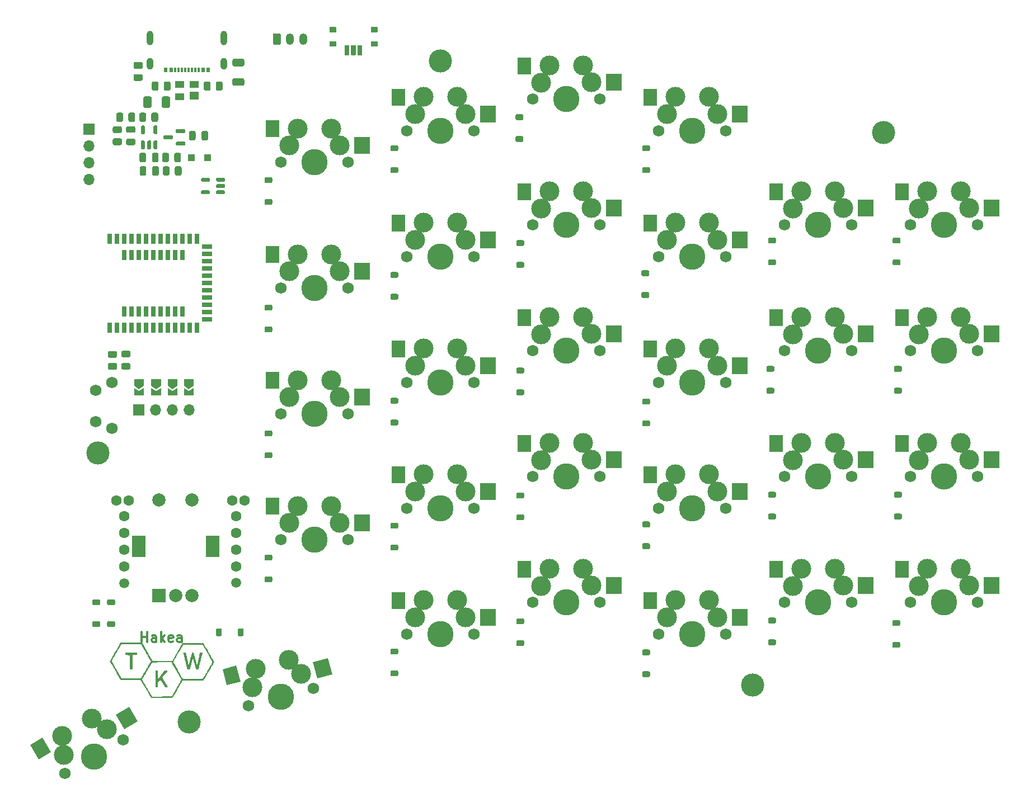
<source format=gts>
G04 #@! TF.GenerationSoftware,KiCad,Pcbnew,7.0.5.1-1-g8f565ef7f0-dirty-deb11*
G04 #@! TF.CreationDate,2023-08-11T07:57:50+00:00*
G04 #@! TF.ProjectId,hakea-fillets,68616b65-612d-4666-996c-6c6574732e6b,1.0.1*
G04 #@! TF.SameCoordinates,Original*
G04 #@! TF.FileFunction,Soldermask,Top*
G04 #@! TF.FilePolarity,Negative*
%FSLAX46Y46*%
G04 Gerber Fmt 4.6, Leading zero omitted, Abs format (unit mm)*
G04 Created by KiCad (PCBNEW 7.0.5.1-1-g8f565ef7f0-dirty-deb11) date 2023-08-11 07:57:50*
%MOMM*%
%LPD*%
G01*
G04 APERTURE LIST*
%ADD10C,0.300000*%
%ADD11C,1.750000*%
%ADD12C,3.000000*%
%ADD13C,3.987800*%
%ADD14R,2.150000X2.500000*%
%ADD15R,2.350000X2.500000*%
%ADD16R,0.540000X0.800000*%
%ADD17R,0.300000X0.800000*%
%ADD18O,1.000000X2.200000*%
%ADD19O,1.000000X1.800000*%
%ADD20R,2.000000X2.000000*%
%ADD21C,2.000000*%
%ADD22R,2.000000X3.200000*%
%ADD23R,1.700000X1.700000*%
%ADD24O,1.700000X1.700000*%
%ADD25C,3.500000*%
%ADD26C,1.500000*%
%ADD27C,1.600000*%
%ADD28R,1.400000X1.200000*%
%ADD29R,1.400000X1.000000*%
%ADD30R,0.700000X1.524000*%
%ADD31R,1.524000X0.700000*%
%ADD32R,1.000000X1.000000*%
%ADD33O,1.200000X1.750000*%
G04 APERTURE END LIST*
D10*
X97649885Y-115511728D02*
X97649885Y-114011728D01*
X97649885Y-114726014D02*
X98507028Y-114726014D01*
X98507028Y-115511728D02*
X98507028Y-114011728D01*
X99864172Y-115511728D02*
X99864172Y-114726014D01*
X99864172Y-114726014D02*
X99792743Y-114583157D01*
X99792743Y-114583157D02*
X99649886Y-114511728D01*
X99649886Y-114511728D02*
X99364172Y-114511728D01*
X99364172Y-114511728D02*
X99221314Y-114583157D01*
X99864172Y-115440300D02*
X99721314Y-115511728D01*
X99721314Y-115511728D02*
X99364172Y-115511728D01*
X99364172Y-115511728D02*
X99221314Y-115440300D01*
X99221314Y-115440300D02*
X99149886Y-115297442D01*
X99149886Y-115297442D02*
X99149886Y-115154585D01*
X99149886Y-115154585D02*
X99221314Y-115011728D01*
X99221314Y-115011728D02*
X99364172Y-114940300D01*
X99364172Y-114940300D02*
X99721314Y-114940300D01*
X99721314Y-114940300D02*
X99864172Y-114868871D01*
X100578457Y-115511728D02*
X100578457Y-114011728D01*
X100721315Y-114940300D02*
X101149886Y-115511728D01*
X101149886Y-114511728D02*
X100578457Y-115083157D01*
X102364172Y-115440300D02*
X102221315Y-115511728D01*
X102221315Y-115511728D02*
X101935601Y-115511728D01*
X101935601Y-115511728D02*
X101792743Y-115440300D01*
X101792743Y-115440300D02*
X101721315Y-115297442D01*
X101721315Y-115297442D02*
X101721315Y-114726014D01*
X101721315Y-114726014D02*
X101792743Y-114583157D01*
X101792743Y-114583157D02*
X101935601Y-114511728D01*
X101935601Y-114511728D02*
X102221315Y-114511728D01*
X102221315Y-114511728D02*
X102364172Y-114583157D01*
X102364172Y-114583157D02*
X102435601Y-114726014D01*
X102435601Y-114726014D02*
X102435601Y-114868871D01*
X102435601Y-114868871D02*
X101721315Y-115011728D01*
X103721315Y-115511728D02*
X103721315Y-114726014D01*
X103721315Y-114726014D02*
X103649886Y-114583157D01*
X103649886Y-114583157D02*
X103507029Y-114511728D01*
X103507029Y-114511728D02*
X103221315Y-114511728D01*
X103221315Y-114511728D02*
X103078457Y-114583157D01*
X103721315Y-115440300D02*
X103578457Y-115511728D01*
X103578457Y-115511728D02*
X103221315Y-115511728D01*
X103221315Y-115511728D02*
X103078457Y-115440300D01*
X103078457Y-115440300D02*
X103007029Y-115297442D01*
X103007029Y-115297442D02*
X103007029Y-115154585D01*
X103007029Y-115154585D02*
X103078457Y-115011728D01*
X103078457Y-115011728D02*
X103221315Y-114940300D01*
X103221315Y-114940300D02*
X103578457Y-114940300D01*
X103578457Y-114940300D02*
X103721315Y-114868871D01*
G36*
X96989900Y-117157500D02*
G01*
X96997410Y-117328950D01*
X97004921Y-117500399D01*
X96648160Y-117500400D01*
X96291400Y-117500400D01*
X96291400Y-119684800D01*
X95910945Y-119684800D01*
X95904322Y-118598950D01*
X95897700Y-117513100D01*
X95199200Y-117498966D01*
X95199200Y-117144150D01*
X96989900Y-117157500D01*
G37*
G36*
X100101400Y-120497600D02*
G01*
X100102127Y-120671131D01*
X100104175Y-120826536D01*
X100107338Y-120957022D01*
X100111413Y-121055797D01*
X100116196Y-121116067D01*
X100120450Y-121131998D01*
X100140183Y-121112571D01*
X100187159Y-121057789D01*
X100257492Y-120972442D01*
X100347298Y-120861319D01*
X100452689Y-120729210D01*
X100569781Y-120580906D01*
X100634800Y-120497958D01*
X101130100Y-119864520D01*
X101354466Y-119863560D01*
X101460177Y-119865647D01*
X101534477Y-119872328D01*
X101569085Y-119882710D01*
X101570366Y-119886846D01*
X101552457Y-119912571D01*
X101506766Y-119971672D01*
X101437897Y-120058383D01*
X101350451Y-120166940D01*
X101249030Y-120291578D01*
X101180900Y-120374705D01*
X101073213Y-120506107D01*
X100976650Y-120624635D01*
X100895794Y-120724603D01*
X100835232Y-120800327D01*
X100799546Y-120846123D01*
X100791909Y-120857032D01*
X100802569Y-120882515D01*
X100836499Y-120946294D01*
X100890723Y-121043168D01*
X100962267Y-121167937D01*
X101048159Y-121315399D01*
X101145423Y-121480353D01*
X101219755Y-121605241D01*
X101324211Y-121780429D01*
X101420458Y-121942525D01*
X101505348Y-122086172D01*
X101575729Y-122206014D01*
X101628454Y-122296693D01*
X101660372Y-122352853D01*
X101668614Y-122368668D01*
X101664565Y-122385389D01*
X101631888Y-122395821D01*
X101563114Y-122401159D01*
X101456410Y-122402600D01*
X101231186Y-122402600D01*
X100876909Y-121805700D01*
X100783485Y-121649157D01*
X100698236Y-121507960D01*
X100624632Y-121387721D01*
X100566141Y-121294055D01*
X100526233Y-121232575D01*
X100508377Y-121208897D01*
X100508056Y-121208800D01*
X100487323Y-121227337D01*
X100441468Y-121277874D01*
X100377167Y-121352794D01*
X100301101Y-121444482D01*
X100297439Y-121448965D01*
X100101400Y-121689130D01*
X100101400Y-122402600D01*
X99745800Y-122402600D01*
X99745800Y-119862600D01*
X100101400Y-119862600D01*
X100101400Y-120497600D01*
G37*
G36*
X105416825Y-117149860D02*
G01*
X105548481Y-117157500D01*
X105792066Y-118090508D01*
X105846942Y-118299841D01*
X105898121Y-118493411D01*
X105944131Y-118665782D01*
X105983502Y-118811519D01*
X106014765Y-118925185D01*
X106036449Y-119001343D01*
X106047084Y-119034559D01*
X106047627Y-119035493D01*
X106055625Y-119014310D01*
X106073295Y-118948790D01*
X106099373Y-118844205D01*
X106132597Y-118705829D01*
X106171705Y-118538934D01*
X106215435Y-118348794D01*
X106262524Y-118140679D01*
X106272509Y-118096135D01*
X106485414Y-117144800D01*
X106876530Y-117144800D01*
X106845222Y-117278150D01*
X106818810Y-117389449D01*
X106784446Y-117532420D01*
X106743542Y-117701330D01*
X106697512Y-117890446D01*
X106647770Y-118094036D01*
X106595727Y-118306368D01*
X106542798Y-118521709D01*
X106490395Y-118734326D01*
X106439931Y-118938489D01*
X106392820Y-119128463D01*
X106350474Y-119298517D01*
X106314307Y-119442919D01*
X106285732Y-119555935D01*
X106266162Y-119631834D01*
X106257010Y-119664883D01*
X106256650Y-119665750D01*
X106227452Y-119675069D01*
X106161193Y-119681857D01*
X106071599Y-119684773D01*
X106061826Y-119684800D01*
X105878451Y-119684800D01*
X105831253Y-119500650D01*
X105793029Y-119352734D01*
X105749613Y-119186770D01*
X105702814Y-119009470D01*
X105654441Y-118827542D01*
X105606302Y-118647699D01*
X105560205Y-118476650D01*
X105517959Y-118321106D01*
X105481373Y-118187778D01*
X105452255Y-118083376D01*
X105432413Y-118014610D01*
X105423657Y-117988192D01*
X105423629Y-117988162D01*
X105411741Y-118003726D01*
X105393391Y-118054930D01*
X105383822Y-118088386D01*
X105368726Y-118144144D01*
X105342431Y-118240473D01*
X105307245Y-118368973D01*
X105265477Y-118521243D01*
X105219437Y-118688884D01*
X105171433Y-118863495D01*
X105123774Y-119036676D01*
X105078770Y-119200028D01*
X105038730Y-119345149D01*
X105005961Y-119463640D01*
X104988640Y-119526050D01*
X104944471Y-119684800D01*
X104757338Y-119684800D01*
X104644326Y-119680787D01*
X104579164Y-119668500D01*
X104560094Y-119653050D01*
X104549332Y-119613193D01*
X104531122Y-119540182D01*
X104510927Y-119456200D01*
X104496155Y-119394660D01*
X104470854Y-119290277D01*
X104436606Y-119149545D01*
X104394996Y-118978955D01*
X104347607Y-118785000D01*
X104296024Y-118574171D01*
X104241830Y-118352961D01*
X104232064Y-118313132D01*
X104178542Y-118094304D01*
X104128274Y-117887718D01*
X104082688Y-117699319D01*
X104043210Y-117535053D01*
X104011269Y-117400864D01*
X103988292Y-117302699D01*
X103975706Y-117246502D01*
X103974402Y-117239982D01*
X103956546Y-117144800D01*
X104338648Y-117144800D01*
X104389277Y-117367050D01*
X104408348Y-117451122D01*
X104436518Y-117575773D01*
X104471760Y-117732013D01*
X104512048Y-117910855D01*
X104555356Y-118103309D01*
X104599658Y-118300387D01*
X104601102Y-118306815D01*
X104642764Y-118489746D01*
X104681592Y-118655477D01*
X104716052Y-118797829D01*
X104744610Y-118910626D01*
X104765732Y-118987691D01*
X104777882Y-119022848D01*
X104779331Y-119024365D01*
X104795541Y-119002416D01*
X104812363Y-118948827D01*
X104813907Y-118941850D01*
X104824746Y-118896489D01*
X104846585Y-118809522D01*
X104877469Y-118688461D01*
X104915442Y-118540821D01*
X104958548Y-118374114D01*
X105004831Y-118195854D01*
X105052334Y-118013555D01*
X105099103Y-117834729D01*
X105143181Y-117666890D01*
X105182612Y-117517552D01*
X105215440Y-117394227D01*
X105239710Y-117304430D01*
X105247346Y-117276860D01*
X105285168Y-117142220D01*
X105416825Y-117149860D01*
G37*
G36*
X97970252Y-116058950D02*
G01*
X98044630Y-116187562D01*
X98139672Y-116351997D01*
X98250654Y-116544076D01*
X98372852Y-116755619D01*
X98501541Y-116978448D01*
X98631997Y-117204385D01*
X98759495Y-117425251D01*
X98769872Y-117443229D01*
X99301300Y-118363959D01*
X100787200Y-118363650D01*
X102273100Y-118363340D01*
X103034341Y-117042870D01*
X103795583Y-115722400D01*
X105409507Y-115722400D01*
X107023430Y-115722399D01*
X107152551Y-115944649D01*
X107336123Y-116260996D01*
X107514438Y-116569003D01*
X107685769Y-116865645D01*
X107848390Y-117147900D01*
X108000573Y-117412745D01*
X108140591Y-117657154D01*
X108266718Y-117878105D01*
X108377227Y-118072573D01*
X108470391Y-118237536D01*
X108544483Y-118369968D01*
X108597776Y-118466848D01*
X108628544Y-118525151D01*
X108635800Y-118541799D01*
X108623305Y-118568764D01*
X108586972Y-118636602D01*
X108528529Y-118742292D01*
X108449701Y-118882810D01*
X108352216Y-119055131D01*
X108237801Y-119256233D01*
X108108181Y-119483090D01*
X107965085Y-119732681D01*
X107810239Y-120001980D01*
X107645370Y-120287965D01*
X107472205Y-120587612D01*
X107292471Y-120897896D01*
X107152551Y-121138950D01*
X107023430Y-121361200D01*
X103847900Y-121361722D01*
X103706560Y-121609111D01*
X103664891Y-121681796D01*
X103601034Y-121792852D01*
X103518226Y-121936666D01*
X103419701Y-122107625D01*
X103308695Y-122300120D01*
X103188441Y-122508537D01*
X103062177Y-122727266D01*
X102945292Y-122929650D01*
X102325363Y-124002800D01*
X99096738Y-124002800D01*
X98297319Y-122618586D01*
X97497900Y-121234373D01*
X95985807Y-121234286D01*
X94473714Y-121234200D01*
X94445784Y-121185773D01*
X97735127Y-121185773D01*
X97846578Y-121381436D01*
X97923504Y-121516116D01*
X98014873Y-121675469D01*
X98117746Y-121854418D01*
X98229184Y-122047885D01*
X98346245Y-122250794D01*
X98465990Y-122458067D01*
X98585479Y-122664626D01*
X98701772Y-122865395D01*
X98811928Y-123055297D01*
X98913009Y-123229253D01*
X99002073Y-123382187D01*
X99076182Y-123509021D01*
X99132394Y-123604679D01*
X99167769Y-123664082D01*
X99177081Y-123679154D01*
X99238791Y-123774608D01*
X102195681Y-123761500D01*
X102287524Y-123609100D01*
X102325506Y-123545103D01*
X102384214Y-123444958D01*
X102459053Y-123316558D01*
X102545432Y-123167797D01*
X102638756Y-123006567D01*
X102716143Y-122872500D01*
X102830617Y-122673920D01*
X102959133Y-122450976D01*
X103092571Y-122219487D01*
X103221812Y-121995273D01*
X103337736Y-121794156D01*
X103370723Y-121736924D01*
X103688525Y-121185549D01*
X102995449Y-119984324D01*
X102863223Y-119755293D01*
X102737088Y-119537080D01*
X102619611Y-119334107D01*
X102513357Y-119150798D01*
X102420894Y-118991572D01*
X102344788Y-118860853D01*
X102287606Y-118763062D01*
X102251914Y-118702622D01*
X102242839Y-118687645D01*
X102183304Y-118592191D01*
X100704749Y-118598745D01*
X99226193Y-118605300D01*
X98806546Y-119331129D01*
X98685150Y-119541125D01*
X98553709Y-119768541D01*
X98419220Y-120001270D01*
X98288678Y-120227207D01*
X98169077Y-120434246D01*
X98067413Y-120610282D01*
X98061013Y-120621365D01*
X97735127Y-121185773D01*
X94445784Y-121185773D01*
X93942684Y-120313450D01*
X93814693Y-120091659D01*
X93682418Y-119862684D01*
X93550753Y-119634983D01*
X93424595Y-119417015D01*
X93308840Y-119217239D01*
X93208383Y-119044111D01*
X93128121Y-118906092D01*
X93124472Y-118899828D01*
X93024998Y-118726183D01*
X92947421Y-118584499D01*
X92893136Y-118477516D01*
X92863536Y-118407975D01*
X92860992Y-118389697D01*
X93130198Y-118389697D01*
X93138940Y-118421303D01*
X93171738Y-118492557D01*
X93226510Y-118599551D01*
X93301172Y-118738374D01*
X93393642Y-118905117D01*
X93501838Y-119095870D01*
X93563187Y-119202497D01*
X93684712Y-119412835D01*
X93813264Y-119635466D01*
X93942794Y-119859906D01*
X94067254Y-120075671D01*
X94180594Y-120272275D01*
X94276766Y-120439235D01*
X94306532Y-120490953D01*
X94602300Y-121005007D01*
X96087609Y-120998953D01*
X97572919Y-120992900D01*
X97918480Y-120396000D01*
X98027207Y-120208157D01*
X98153571Y-119989788D01*
X98289787Y-119754348D01*
X98428072Y-119515290D01*
X98560641Y-119286071D01*
X98664049Y-119107237D01*
X98991435Y-118540984D01*
X102433244Y-118540984D01*
X103125935Y-119741542D01*
X103258125Y-119970511D01*
X103384224Y-120188661D01*
X103501665Y-120391570D01*
X103607881Y-120574814D01*
X103700304Y-120733970D01*
X103776367Y-120864613D01*
X103833502Y-120962322D01*
X103869141Y-121022672D01*
X103878160Y-121037554D01*
X103937695Y-121133008D01*
X106895513Y-121119900D01*
X107038205Y-120878600D01*
X107149958Y-120688793D01*
X107269373Y-120484493D01*
X107393886Y-120270203D01*
X107520936Y-120050427D01*
X107647960Y-119829670D01*
X107772397Y-119612436D01*
X107891684Y-119403229D01*
X108003258Y-119206553D01*
X108104559Y-119026913D01*
X108193023Y-118868814D01*
X108266088Y-118736758D01*
X108321192Y-118635251D01*
X108355774Y-118568797D01*
X108367285Y-118542124D01*
X108354934Y-118513752D01*
X108319587Y-118445970D01*
X108263799Y-118343276D01*
X108190129Y-118210165D01*
X108101132Y-118051134D01*
X107999367Y-117870678D01*
X107887389Y-117673294D01*
X107767756Y-117463477D01*
X107643025Y-117245723D01*
X107515753Y-117024530D01*
X107388497Y-116804392D01*
X107263813Y-116589806D01*
X107144259Y-116385269D01*
X107038141Y-116205000D01*
X106895513Y-115963700D01*
X105416652Y-115957145D01*
X103937791Y-115950591D01*
X103876081Y-116046045D01*
X103852966Y-116084129D01*
X103807452Y-116161166D01*
X103742479Y-116272080D01*
X103660987Y-116411792D01*
X103565916Y-116575228D01*
X103460204Y-116757309D01*
X103346793Y-116952960D01*
X103228620Y-117157103D01*
X103108627Y-117364661D01*
X102989753Y-117570559D01*
X102874937Y-117769719D01*
X102767119Y-117957065D01*
X102669239Y-118127519D01*
X102584236Y-118276006D01*
X102545137Y-118344542D01*
X102433244Y-118540984D01*
X98991435Y-118540984D01*
X99064057Y-118415375D01*
X98981354Y-118269037D01*
X98938708Y-118194119D01*
X98874211Y-118081530D01*
X98791490Y-117937549D01*
X98694171Y-117768454D01*
X98585878Y-117580525D01*
X98470240Y-117380039D01*
X98350881Y-117173276D01*
X98231427Y-116966515D01*
X98115505Y-116766034D01*
X98006741Y-116578112D01*
X97908760Y-116409027D01*
X97825188Y-116265059D01*
X97759652Y-116152486D01*
X97716021Y-116078000D01*
X97573706Y-115836700D01*
X94602693Y-115836700D01*
X94459997Y-116078000D01*
X94398256Y-116182993D01*
X94320322Y-116316457D01*
X94229056Y-116473418D01*
X94127320Y-116648901D01*
X94017976Y-116837930D01*
X93903885Y-117035532D01*
X93787910Y-117236732D01*
X93672911Y-117436554D01*
X93561750Y-117630025D01*
X93457290Y-117812168D01*
X93362392Y-117978011D01*
X93279917Y-118122578D01*
X93212727Y-118240894D01*
X93163684Y-118327984D01*
X93135650Y-118378875D01*
X93130198Y-118389697D01*
X92860992Y-118389697D01*
X92859521Y-118379128D01*
X92876707Y-118351679D01*
X92916412Y-118285035D01*
X92975813Y-118184030D01*
X93052091Y-118053497D01*
X93142421Y-117898270D01*
X93243982Y-117723181D01*
X93353953Y-117533065D01*
X93394812Y-117462300D01*
X93510144Y-117262545D01*
X93620592Y-117071416D01*
X93722879Y-116894567D01*
X93813730Y-116737657D01*
X93889869Y-116606342D01*
X93948021Y-116506278D01*
X93984909Y-116443122D01*
X93990522Y-116433600D01*
X94032875Y-116361316D01*
X94093533Y-116256873D01*
X94165584Y-116132211D01*
X94242120Y-115999272D01*
X94273477Y-115944650D01*
X94473780Y-115595400D01*
X97702058Y-115595400D01*
X97970252Y-116058950D01*
G37*
G36*
G01*
X97579600Y-30561100D02*
X96679600Y-30561100D01*
G75*
G02*
X96429600Y-30311100I0J250000D01*
G01*
X96429600Y-29786100D01*
G75*
G02*
X96679600Y-29536100I250000J0D01*
G01*
X97579600Y-29536100D01*
G75*
G02*
X97829600Y-29786100I0J-250000D01*
G01*
X97829600Y-30311100D01*
G75*
G02*
X97579600Y-30561100I-250000J0D01*
G01*
G37*
G36*
G01*
X97579600Y-28736100D02*
X96679600Y-28736100D01*
G75*
G02*
X96429600Y-28486100I0J250000D01*
G01*
X96429600Y-27961100D01*
G75*
G02*
X96679600Y-27711100I250000J0D01*
G01*
X97579600Y-27711100D01*
G75*
G02*
X97829600Y-27961100I0J-250000D01*
G01*
X97829600Y-28486100D01*
G75*
G02*
X97579600Y-28736100I-250000J0D01*
G01*
G37*
G36*
G01*
X104823600Y-39337000D02*
X104823600Y-38387000D01*
G75*
G02*
X105073600Y-38137000I250000J0D01*
G01*
X105573600Y-38137000D01*
G75*
G02*
X105823600Y-38387000I0J-250000D01*
G01*
X105823600Y-39337000D01*
G75*
G02*
X105573600Y-39587000I-250000J0D01*
G01*
X105073600Y-39587000D01*
G75*
G02*
X104823600Y-39337000I0J250000D01*
G01*
G37*
G36*
G01*
X106723600Y-39337000D02*
X106723600Y-38387000D01*
G75*
G02*
X106973600Y-38137000I250000J0D01*
G01*
X107473600Y-38137000D01*
G75*
G02*
X107723600Y-38387000I0J-250000D01*
G01*
X107723600Y-39337000D01*
G75*
G02*
X107473600Y-39587000I-250000J0D01*
G01*
X106973600Y-39587000D01*
G75*
G02*
X106723600Y-39337000I0J250000D01*
G01*
G37*
D11*
X194945000Y-52387500D03*
D12*
X196175000Y-49887500D03*
X197475000Y-47287500D03*
D13*
X200025000Y-52387500D03*
D12*
X202575000Y-47287500D03*
X203825000Y-49837500D03*
D11*
X205105000Y-52387500D03*
D14*
X193625800Y-47320200D03*
D15*
X207237000Y-49847500D03*
D11*
X137795000Y-76200000D03*
D12*
X139025000Y-73700000D03*
X140325000Y-71100000D03*
D13*
X142875000Y-76200000D03*
D12*
X145425000Y-71100000D03*
X146675000Y-73650000D03*
D11*
X147955000Y-76200000D03*
D14*
X136475800Y-71132700D03*
D15*
X150087000Y-73660000D03*
D11*
X213995000Y-52387500D03*
D12*
X215225000Y-49887500D03*
X216525000Y-47287500D03*
D13*
X219075000Y-52387500D03*
D12*
X221625000Y-47287500D03*
X222875000Y-49837500D03*
D11*
X224155000Y-52387500D03*
D14*
X212675800Y-47320200D03*
D15*
X226287000Y-49847500D03*
D16*
X101321000Y-28869400D03*
X107721000Y-28869400D03*
X102121000Y-28869400D03*
X106921000Y-28869400D03*
D17*
X105771000Y-28869400D03*
X104771000Y-28869400D03*
X104271000Y-28869400D03*
X103271000Y-28869400D03*
X102771000Y-28869400D03*
X103771000Y-28869400D03*
X105271000Y-28869400D03*
X106279000Y-28869400D03*
D18*
X98945700Y-24069400D03*
X110096300Y-24069400D03*
D19*
X98945700Y-27969400D03*
X110096300Y-27969400D03*
G36*
G01*
X110258000Y-47282000D02*
X110258000Y-47582000D01*
G75*
G02*
X110108000Y-47732000I-150000J0D01*
G01*
X109083000Y-47732000D01*
G75*
G02*
X108933000Y-47582000I0J150000D01*
G01*
X108933000Y-47282000D01*
G75*
G02*
X109083000Y-47132000I150000J0D01*
G01*
X110108000Y-47132000D01*
G75*
G02*
X110258000Y-47282000I0J-150000D01*
G01*
G37*
G36*
G01*
X110258000Y-46332000D02*
X110258000Y-46632000D01*
G75*
G02*
X110108000Y-46782000I-150000J0D01*
G01*
X109083000Y-46782000D01*
G75*
G02*
X108933000Y-46632000I0J150000D01*
G01*
X108933000Y-46332000D01*
G75*
G02*
X109083000Y-46182000I150000J0D01*
G01*
X110108000Y-46182000D01*
G75*
G02*
X110258000Y-46332000I0J-150000D01*
G01*
G37*
G36*
G01*
X110258000Y-45382000D02*
X110258000Y-45682000D01*
G75*
G02*
X110108000Y-45832000I-150000J0D01*
G01*
X109083000Y-45832000D01*
G75*
G02*
X108933000Y-45682000I0J150000D01*
G01*
X108933000Y-45382000D01*
G75*
G02*
X109083000Y-45232000I150000J0D01*
G01*
X110108000Y-45232000D01*
G75*
G02*
X110258000Y-45382000I0J-150000D01*
G01*
G37*
G36*
G01*
X107983000Y-45382000D02*
X107983000Y-45682000D01*
G75*
G02*
X107833000Y-45832000I-150000J0D01*
G01*
X106808000Y-45832000D01*
G75*
G02*
X106658000Y-45682000I0J150000D01*
G01*
X106658000Y-45382000D01*
G75*
G02*
X106808000Y-45232000I150000J0D01*
G01*
X107833000Y-45232000D01*
G75*
G02*
X107983000Y-45382000I0J-150000D01*
G01*
G37*
G36*
G01*
X107983000Y-47282000D02*
X107983000Y-47582000D01*
G75*
G02*
X107833000Y-47732000I-150000J0D01*
G01*
X106808000Y-47732000D01*
G75*
G02*
X106658000Y-47582000I0J150000D01*
G01*
X106658000Y-47282000D01*
G75*
G02*
X106808000Y-47132000I150000J0D01*
G01*
X107833000Y-47132000D01*
G75*
G02*
X107983000Y-47282000I0J-150000D01*
G01*
G37*
D20*
X100304600Y-108508800D03*
D21*
X105304600Y-108508800D03*
X102804600Y-108508800D03*
D22*
X97204600Y-101008800D03*
X108404600Y-101008800D03*
D21*
X105304600Y-94008800D03*
X100304600Y-94008800D03*
D11*
X137795000Y-114300000D03*
D12*
X139025000Y-111800000D03*
X140325000Y-109200000D03*
D13*
X142875000Y-114300000D03*
D12*
X145425000Y-109200000D03*
X146675000Y-111750000D03*
D11*
X147955000Y-114300000D03*
D14*
X136475800Y-109232700D03*
D15*
X150087000Y-111760000D03*
G36*
G01*
X100858500Y-44646000D02*
X100858500Y-43746000D01*
G75*
G02*
X101108500Y-43496000I250000J0D01*
G01*
X101633500Y-43496000D01*
G75*
G02*
X101883500Y-43746000I0J-250000D01*
G01*
X101883500Y-44646000D01*
G75*
G02*
X101633500Y-44896000I-250000J0D01*
G01*
X101108500Y-44896000D01*
G75*
G02*
X100858500Y-44646000I0J250000D01*
G01*
G37*
G36*
G01*
X102683500Y-44646000D02*
X102683500Y-43746000D01*
G75*
G02*
X102933500Y-43496000I250000J0D01*
G01*
X103458500Y-43496000D01*
G75*
G02*
X103708500Y-43746000I0J-250000D01*
G01*
X103708500Y-44646000D01*
G75*
G02*
X103458500Y-44896000I-250000J0D01*
G01*
X102933500Y-44896000D01*
G75*
G02*
X102683500Y-44646000I0J250000D01*
G01*
G37*
D11*
X90678000Y-77444600D03*
X90678000Y-82194600D03*
X93178000Y-76194600D03*
X93178000Y-83194600D03*
X118745000Y-80962500D03*
D12*
X119975000Y-78462500D03*
X121275000Y-75862500D03*
D13*
X123825000Y-80962500D03*
D12*
X126375000Y-75862500D03*
X127625000Y-78412500D03*
D11*
X128905000Y-80962500D03*
D14*
X117425800Y-75895200D03*
D15*
X131037000Y-78422500D03*
G36*
G01*
X130342800Y-26626000D02*
X130342800Y-25196000D01*
G75*
G02*
X130377800Y-25161000I35000J0D01*
G01*
X131007800Y-25161000D01*
G75*
G02*
X131042800Y-25196000I0J-35000D01*
G01*
X131042800Y-26626000D01*
G75*
G02*
X131007800Y-26661000I-35000J0D01*
G01*
X130377800Y-26661000D01*
G75*
G02*
X130342800Y-26626000I0J35000D01*
G01*
G37*
G36*
G01*
X129342800Y-26626000D02*
X129342800Y-25196000D01*
G75*
G02*
X129377800Y-25161000I35000J0D01*
G01*
X130007800Y-25161000D01*
G75*
G02*
X130042800Y-25196000I0J-35000D01*
G01*
X130042800Y-26626000D01*
G75*
G02*
X130007800Y-26661000I-35000J0D01*
G01*
X129377800Y-26661000D01*
G75*
G02*
X129342800Y-26626000I0J35000D01*
G01*
G37*
G36*
G01*
X128342800Y-26626000D02*
X128342800Y-25196000D01*
G75*
G02*
X128377800Y-25161000I35000J0D01*
G01*
X129007800Y-25161000D01*
G75*
G02*
X129042800Y-25196000I0J-35000D01*
G01*
X129042800Y-26626000D01*
G75*
G02*
X129007800Y-26661000I-35000J0D01*
G01*
X128377800Y-26661000D01*
G75*
G02*
X128342800Y-26626000I0J35000D01*
G01*
G37*
G36*
G01*
X133342800Y-24601000D02*
X133342800Y-25321000D01*
G75*
G02*
X133302800Y-25361000I-40000J0D01*
G01*
X132382800Y-25361000D01*
G75*
G02*
X132342800Y-25321000I0J40000D01*
G01*
X132342800Y-24601000D01*
G75*
G02*
X132382800Y-24561000I40000J0D01*
G01*
X133302800Y-24561000D01*
G75*
G02*
X133342800Y-24601000I0J-40000D01*
G01*
G37*
G36*
G01*
X133342800Y-22451000D02*
X133342800Y-23171000D01*
G75*
G02*
X133302800Y-23211000I-40000J0D01*
G01*
X132382800Y-23211000D01*
G75*
G02*
X132342800Y-23171000I0J40000D01*
G01*
X132342800Y-22451000D01*
G75*
G02*
X132382800Y-22411000I40000J0D01*
G01*
X133302800Y-22411000D01*
G75*
G02*
X133342800Y-22451000I0J-40000D01*
G01*
G37*
G36*
G01*
X127092800Y-24601000D02*
X127092800Y-25321000D01*
G75*
G02*
X127052800Y-25361000I-40000J0D01*
G01*
X126132800Y-25361000D01*
G75*
G02*
X126092800Y-25321000I0J40000D01*
G01*
X126092800Y-24601000D01*
G75*
G02*
X126132800Y-24561000I40000J0D01*
G01*
X127052800Y-24561000D01*
G75*
G02*
X127092800Y-24601000I0J-40000D01*
G01*
G37*
G36*
G01*
X127092800Y-22451000D02*
X127092800Y-23171000D01*
G75*
G02*
X127052800Y-23211000I-40000J0D01*
G01*
X126132800Y-23211000D01*
G75*
G02*
X126092800Y-23171000I0J40000D01*
G01*
X126092800Y-22451000D01*
G75*
G02*
X126132800Y-22411000I40000J0D01*
G01*
X127052800Y-22411000D01*
G75*
G02*
X127092800Y-22451000I0J-40000D01*
G01*
G37*
G36*
G01*
X93693400Y-74297600D02*
X92793400Y-74297600D01*
G75*
G02*
X92543400Y-74047600I0J250000D01*
G01*
X92543400Y-73522600D01*
G75*
G02*
X92793400Y-73272600I250000J0D01*
G01*
X93693400Y-73272600D01*
G75*
G02*
X93943400Y-73522600I0J-250000D01*
G01*
X93943400Y-74047600D01*
G75*
G02*
X93693400Y-74297600I-250000J0D01*
G01*
G37*
G36*
G01*
X93693400Y-72472600D02*
X92793400Y-72472600D01*
G75*
G02*
X92543400Y-72222600I0J250000D01*
G01*
X92543400Y-71697600D01*
G75*
G02*
X92793400Y-71447600I250000J0D01*
G01*
X93693400Y-71447600D01*
G75*
G02*
X93943400Y-71697600I0J-250000D01*
G01*
X93943400Y-72222600D01*
G75*
G02*
X93693400Y-72472600I-250000J0D01*
G01*
G37*
G36*
G01*
X109906500Y-30893600D02*
X109906500Y-31793600D01*
G75*
G02*
X109656500Y-32043600I-250000J0D01*
G01*
X109131500Y-32043600D01*
G75*
G02*
X108881500Y-31793600I0J250000D01*
G01*
X108881500Y-30893600D01*
G75*
G02*
X109131500Y-30643600I250000J0D01*
G01*
X109656500Y-30643600D01*
G75*
G02*
X109906500Y-30893600I0J-250000D01*
G01*
G37*
G36*
G01*
X108081500Y-30893600D02*
X108081500Y-31793600D01*
G75*
G02*
X107831500Y-32043600I-250000J0D01*
G01*
X107306500Y-32043600D01*
G75*
G02*
X107056500Y-31793600I0J250000D01*
G01*
X107056500Y-30893600D01*
G75*
G02*
X107306500Y-30643600I250000J0D01*
G01*
X107831500Y-30643600D01*
G75*
G02*
X108081500Y-30893600I0J-250000D01*
G01*
G37*
D11*
X156845000Y-52387500D03*
D12*
X158075000Y-49887500D03*
X159375000Y-47287500D03*
D13*
X161925000Y-52387500D03*
D12*
X164475000Y-47287500D03*
X165725000Y-49837500D03*
D11*
X167005000Y-52387500D03*
D14*
X155525800Y-47320200D03*
D15*
X169137000Y-49847500D03*
G36*
X97256600Y-77237000D02*
G01*
X96506600Y-76737000D01*
X96506600Y-75737000D01*
X98006600Y-75737000D01*
X98006600Y-76737000D01*
X97256600Y-77237000D01*
G37*
G36*
X96506600Y-78187000D02*
G01*
X96506600Y-77037000D01*
X97256600Y-77537000D01*
X98006600Y-77037000D01*
X98006600Y-78187000D01*
X96506600Y-78187000D01*
G37*
D23*
X97215800Y-80391400D03*
D24*
X99755800Y-80391400D03*
X102295800Y-80391400D03*
X104835800Y-80391400D03*
G36*
G01*
X97921000Y-34407000D02*
X97921000Y-33157000D01*
G75*
G02*
X98171000Y-32907000I250000J0D01*
G01*
X98921000Y-32907000D01*
G75*
G02*
X99171000Y-33157000I0J-250000D01*
G01*
X99171000Y-34407000D01*
G75*
G02*
X98921000Y-34657000I-250000J0D01*
G01*
X98171000Y-34657000D01*
G75*
G02*
X97921000Y-34407000I0J250000D01*
G01*
G37*
G36*
G01*
X100721000Y-34407000D02*
X100721000Y-33157000D01*
G75*
G02*
X100971000Y-32907000I250000J0D01*
G01*
X101721000Y-32907000D01*
G75*
G02*
X101971000Y-33157000I0J-250000D01*
G01*
X101971000Y-34407000D01*
G75*
G02*
X101721000Y-34657000I-250000J0D01*
G01*
X100971000Y-34657000D01*
G75*
G02*
X100721000Y-34407000I0J250000D01*
G01*
G37*
D11*
X175895000Y-95250000D03*
D12*
X177125000Y-92750000D03*
X178425000Y-90150000D03*
D13*
X180975000Y-95250000D03*
D12*
X183525000Y-90150000D03*
X184775000Y-92700000D03*
D11*
X186055000Y-95250000D03*
D14*
X174575800Y-90182700D03*
D15*
X188187000Y-92710000D03*
G36*
X102336600Y-77237000D02*
G01*
X101586600Y-76737000D01*
X101586600Y-75737000D01*
X103086600Y-75737000D01*
X103086600Y-76737000D01*
X102336600Y-77237000D01*
G37*
G36*
X101586600Y-78187000D02*
G01*
X101586600Y-77037000D01*
X102336600Y-77537000D01*
X103086600Y-77037000D01*
X103086600Y-78187000D01*
X101586600Y-78187000D01*
G37*
D25*
X104825800Y-127584200D03*
D11*
X175895000Y-76200000D03*
D12*
X177125000Y-73700000D03*
X178425000Y-71100000D03*
D13*
X180975000Y-76200000D03*
D12*
X183525000Y-71100000D03*
X184775000Y-73650000D03*
D11*
X186055000Y-76200000D03*
D14*
X174575800Y-71132700D03*
D15*
X188187000Y-73660000D03*
G36*
G01*
X96468250Y-40287000D02*
X95555750Y-40287000D01*
G75*
G02*
X95312000Y-40043250I0J243750D01*
G01*
X95312000Y-39555750D01*
G75*
G02*
X95555750Y-39312000I243750J0D01*
G01*
X96468250Y-39312000D01*
G75*
G02*
X96712000Y-39555750I0J-243750D01*
G01*
X96712000Y-40043250D01*
G75*
G02*
X96468250Y-40287000I-243750J0D01*
G01*
G37*
G36*
G01*
X96468250Y-38412000D02*
X95555750Y-38412000D01*
G75*
G02*
X95312000Y-38168250I0J243750D01*
G01*
X95312000Y-37680750D01*
G75*
G02*
X95555750Y-37437000I243750J0D01*
G01*
X96468250Y-37437000D01*
G75*
G02*
X96712000Y-37680750I0J-243750D01*
G01*
X96712000Y-38168250D01*
G75*
G02*
X96468250Y-38412000I-243750J0D01*
G01*
G37*
D11*
X118745000Y-100012500D03*
D12*
X119975000Y-97512500D03*
X121275000Y-94912500D03*
D13*
X123825000Y-100012500D03*
D12*
X126375000Y-94912500D03*
X127625000Y-97462500D03*
D11*
X128905000Y-100012500D03*
D14*
X117425800Y-94945200D03*
D15*
X131037000Y-97472500D03*
G36*
X99822000Y-77237000D02*
G01*
X99072000Y-76737000D01*
X99072000Y-75737000D01*
X100572000Y-75737000D01*
X100572000Y-76737000D01*
X99822000Y-77237000D01*
G37*
G36*
X99072000Y-78187000D02*
G01*
X99072000Y-77037000D01*
X99822000Y-77537000D01*
X100572000Y-77037000D01*
X100572000Y-78187000D01*
X99072000Y-78187000D01*
G37*
D11*
X175895000Y-38100000D03*
D12*
X177125000Y-35600000D03*
X178425000Y-33000000D03*
D13*
X180975000Y-38100000D03*
D12*
X183525000Y-33000000D03*
X184775000Y-35550000D03*
D11*
X186055000Y-38100000D03*
D14*
X174575800Y-33032700D03*
D15*
X188187000Y-35560000D03*
G36*
G01*
X100256000Y-43721000D02*
X100256000Y-44671000D01*
G75*
G02*
X100006000Y-44921000I-250000J0D01*
G01*
X99506000Y-44921000D01*
G75*
G02*
X99256000Y-44671000I0J250000D01*
G01*
X99256000Y-43721000D01*
G75*
G02*
X99506000Y-43471000I250000J0D01*
G01*
X100006000Y-43471000D01*
G75*
G02*
X100256000Y-43721000I0J-250000D01*
G01*
G37*
G36*
G01*
X98356000Y-43721000D02*
X98356000Y-44671000D01*
G75*
G02*
X98106000Y-44921000I-250000J0D01*
G01*
X97606000Y-44921000D01*
G75*
G02*
X97356000Y-44671000I0J250000D01*
G01*
X97356000Y-43721000D01*
G75*
G02*
X97606000Y-43471000I250000J0D01*
G01*
X98106000Y-43471000D01*
G75*
G02*
X98356000Y-43721000I0J-250000D01*
G01*
G37*
D26*
X95057700Y-106596900D03*
D27*
X95057700Y-96486900D03*
X95057700Y-99026900D03*
X95057700Y-101566900D03*
X95057700Y-104106900D03*
X93832700Y-94096900D03*
X95682700Y-94096900D03*
D11*
X213995000Y-71437500D03*
D12*
X215225000Y-68937500D03*
X216525000Y-66337500D03*
D13*
X219075000Y-71437500D03*
D12*
X221625000Y-66337500D03*
X222875000Y-68887500D03*
D11*
X224155000Y-71437500D03*
D14*
X212675800Y-66370200D03*
D15*
X226287000Y-68897500D03*
G36*
G01*
X95731650Y-74274500D02*
X94819150Y-74274500D01*
G75*
G02*
X94575400Y-74030750I0J243750D01*
G01*
X94575400Y-73543250D01*
G75*
G02*
X94819150Y-73299500I243750J0D01*
G01*
X95731650Y-73299500D01*
G75*
G02*
X95975400Y-73543250I0J-243750D01*
G01*
X95975400Y-74030750D01*
G75*
G02*
X95731650Y-74274500I-243750J0D01*
G01*
G37*
G36*
G01*
X95731650Y-72399500D02*
X94819150Y-72399500D01*
G75*
G02*
X94575400Y-72155750I0J243750D01*
G01*
X94575400Y-71668250D01*
G75*
G02*
X94819150Y-71424500I243750J0D01*
G01*
X95731650Y-71424500D01*
G75*
G02*
X95975400Y-71668250I0J-243750D01*
G01*
X95975400Y-72155750D01*
G75*
G02*
X95731650Y-72399500I-243750J0D01*
G01*
G37*
D28*
X105621000Y-32824800D03*
D29*
X105621000Y-31104800D03*
X103421000Y-31104800D03*
X103421000Y-33004800D03*
D25*
X209956400Y-38379400D03*
D11*
X156845000Y-90487500D03*
D12*
X158075000Y-87987500D03*
X159375000Y-85387500D03*
D13*
X161925000Y-90487500D03*
D12*
X164475000Y-85387500D03*
X165725000Y-87937500D03*
D11*
X167005000Y-90487500D03*
D14*
X155525800Y-85420200D03*
D15*
X169137000Y-87947500D03*
D23*
X89662000Y-37856000D03*
D24*
X89662000Y-40396000D03*
X89662000Y-42936000D03*
X89662000Y-45476000D03*
D11*
X213995000Y-109537500D03*
D12*
X215225000Y-107037500D03*
X216525000Y-104437500D03*
D13*
X219075000Y-109537500D03*
D12*
X221625000Y-104437500D03*
X222875000Y-106987500D03*
D11*
X224155000Y-109537500D03*
D14*
X212675800Y-104470200D03*
D15*
X226287000Y-106997500D03*
G36*
G01*
X99186300Y-31793600D02*
X99186300Y-30893600D01*
G75*
G02*
X99436300Y-30643600I250000J0D01*
G01*
X99961300Y-30643600D01*
G75*
G02*
X100211300Y-30893600I0J-250000D01*
G01*
X100211300Y-31793600D01*
G75*
G02*
X99961300Y-32043600I-250000J0D01*
G01*
X99436300Y-32043600D01*
G75*
G02*
X99186300Y-31793600I0J250000D01*
G01*
G37*
G36*
G01*
X101011300Y-31793600D02*
X101011300Y-30893600D01*
G75*
G02*
X101261300Y-30643600I250000J0D01*
G01*
X101786300Y-30643600D01*
G75*
G02*
X102036300Y-30893600I0J-250000D01*
G01*
X102036300Y-31793600D01*
G75*
G02*
X101786300Y-32043600I-250000J0D01*
G01*
X101261300Y-32043600D01*
G75*
G02*
X101011300Y-31793600I0J250000D01*
G01*
G37*
D11*
X194945000Y-109537500D03*
D12*
X196175000Y-107037500D03*
X197475000Y-104437500D03*
D13*
X200025000Y-109537500D03*
D12*
X202575000Y-104437500D03*
X203825000Y-106987500D03*
D11*
X205105000Y-109537500D03*
D14*
X193625800Y-104470200D03*
D15*
X207237000Y-106997500D03*
D11*
X156845000Y-71437500D03*
D12*
X158075000Y-68937500D03*
X159375000Y-66337500D03*
D13*
X161925000Y-71437500D03*
D12*
X164475000Y-66337500D03*
X165725000Y-68887500D03*
D11*
X167005000Y-71437500D03*
D14*
X155525800Y-66370200D03*
D15*
X169137000Y-68897500D03*
G36*
G01*
X104291000Y-39916000D02*
X104291000Y-40216000D01*
G75*
G02*
X104141000Y-40366000I-150000J0D01*
G01*
X102966000Y-40366000D01*
G75*
G02*
X102816000Y-40216000I0J150000D01*
G01*
X102816000Y-39916000D01*
G75*
G02*
X102966000Y-39766000I150000J0D01*
G01*
X104141000Y-39766000D01*
G75*
G02*
X104291000Y-39916000I0J-150000D01*
G01*
G37*
G36*
G01*
X104291000Y-38016000D02*
X104291000Y-38316000D01*
G75*
G02*
X104141000Y-38466000I-150000J0D01*
G01*
X102966000Y-38466000D01*
G75*
G02*
X102816000Y-38316000I0J150000D01*
G01*
X102816000Y-38016000D01*
G75*
G02*
X102966000Y-37866000I150000J0D01*
G01*
X104141000Y-37866000D01*
G75*
G02*
X104291000Y-38016000I0J-150000D01*
G01*
G37*
G36*
G01*
X102416000Y-38966000D02*
X102416000Y-39266000D01*
G75*
G02*
X102266000Y-39416000I-150000J0D01*
G01*
X101091000Y-39416000D01*
G75*
G02*
X100941000Y-39266000I0J150000D01*
G01*
X100941000Y-38966000D01*
G75*
G02*
X101091000Y-38816000I150000J0D01*
G01*
X102266000Y-38816000D01*
G75*
G02*
X102416000Y-38966000I0J-150000D01*
G01*
G37*
D11*
X118745000Y-61912500D03*
D12*
X119975000Y-59412500D03*
X121275000Y-56812500D03*
D13*
X123825000Y-61912500D03*
D12*
X126375000Y-56812500D03*
X127625000Y-59362500D03*
D11*
X128905000Y-61912500D03*
D14*
X117425800Y-56845200D03*
D15*
X131037000Y-59372500D03*
D30*
X92826600Y-67938600D03*
X93926600Y-67938600D03*
X95026600Y-67938600D03*
X96126600Y-67938600D03*
X97226600Y-67938600D03*
X98326600Y-67938600D03*
X99426600Y-67938600D03*
X100526600Y-67938600D03*
X101626600Y-67938600D03*
X102726600Y-67938600D03*
X103826600Y-67938600D03*
X104926600Y-67938600D03*
X106026600Y-67938600D03*
D31*
X107526600Y-66688600D03*
X107526600Y-65588600D03*
X107526600Y-64488600D03*
X107526600Y-63388600D03*
X107526600Y-62288600D03*
X107526600Y-61188600D03*
X107526600Y-60088600D03*
X107526600Y-58988600D03*
X107526600Y-57888600D03*
X107526600Y-56788600D03*
X107526600Y-55688600D03*
D30*
X106026600Y-54438600D03*
X104926600Y-54438600D03*
X103826600Y-54438600D03*
X102726600Y-54438600D03*
X101626600Y-54438600D03*
X100526600Y-54438600D03*
X99426600Y-54438600D03*
X98326600Y-54438600D03*
X97226600Y-54438600D03*
X96126600Y-54438600D03*
X95026600Y-54438600D03*
X93926600Y-54438600D03*
X92826600Y-54438600D03*
X95026600Y-65438600D03*
X96126600Y-65438600D03*
X97226600Y-65438600D03*
X98326600Y-65438600D03*
X99426600Y-65438600D03*
X100526600Y-65438600D03*
X101626600Y-65438600D03*
X102726600Y-65438600D03*
X103826600Y-65438600D03*
X95026600Y-56938600D03*
X96126600Y-56938600D03*
X97226600Y-56938600D03*
X98326600Y-56938600D03*
X99426600Y-56938600D03*
X100526600Y-56938600D03*
X101626600Y-56938600D03*
X102726600Y-56938600D03*
X103826600Y-56938600D03*
G36*
G01*
X112943400Y-31310800D02*
X111643400Y-31310800D01*
G75*
G02*
X111393400Y-31060800I0J250000D01*
G01*
X111393400Y-30410800D01*
G75*
G02*
X111643400Y-30160800I250000J0D01*
G01*
X112943400Y-30160800D01*
G75*
G02*
X113193400Y-30410800I0J-250000D01*
G01*
X113193400Y-31060800D01*
G75*
G02*
X112943400Y-31310800I-250000J0D01*
G01*
G37*
G36*
G01*
X112943400Y-28360800D02*
X111643400Y-28360800D01*
G75*
G02*
X111393400Y-28110800I0J250000D01*
G01*
X111393400Y-27460800D01*
G75*
G02*
X111643400Y-27210800I250000J0D01*
G01*
X112943400Y-27210800D01*
G75*
G02*
X113193400Y-27460800I0J-250000D01*
G01*
X113193400Y-28110800D01*
G75*
G02*
X112943400Y-28360800I-250000J0D01*
G01*
G37*
G36*
G01*
X97302500Y-36518000D02*
X97302500Y-35618000D01*
G75*
G02*
X97552500Y-35368000I250000J0D01*
G01*
X98077500Y-35368000D01*
G75*
G02*
X98327500Y-35618000I0J-250000D01*
G01*
X98327500Y-36518000D01*
G75*
G02*
X98077500Y-36768000I-250000J0D01*
G01*
X97552500Y-36768000D01*
G75*
G02*
X97302500Y-36518000I0J250000D01*
G01*
G37*
G36*
G01*
X99127500Y-36518000D02*
X99127500Y-35618000D01*
G75*
G02*
X99377500Y-35368000I250000J0D01*
G01*
X99902500Y-35368000D01*
G75*
G02*
X100152500Y-35618000I0J-250000D01*
G01*
X100152500Y-36518000D01*
G75*
G02*
X99902500Y-36768000I-250000J0D01*
G01*
X99377500Y-36768000D01*
G75*
G02*
X99127500Y-36518000I0J250000D01*
G01*
G37*
G36*
X104800400Y-77237000D02*
G01*
X104050400Y-76737000D01*
X104050400Y-75737000D01*
X105550400Y-75737000D01*
X105550400Y-76737000D01*
X104800400Y-77237000D01*
G37*
G36*
X104050400Y-78187000D02*
G01*
X104050400Y-77037000D01*
X104800400Y-77537000D01*
X105550400Y-77037000D01*
X105550400Y-78187000D01*
X104050400Y-78187000D01*
G37*
D11*
X118745000Y-42862500D03*
D12*
X119975000Y-40362500D03*
X121275000Y-37762500D03*
D13*
X123825000Y-42862500D03*
D12*
X126375000Y-37762500D03*
X127625000Y-40312500D03*
D11*
X128905000Y-42862500D03*
D14*
X117425800Y-37795200D03*
D15*
X131037000Y-40322500D03*
D11*
X137795000Y-57150000D03*
D12*
X139025000Y-54650000D03*
X140325000Y-52050000D03*
D13*
X142875000Y-57150000D03*
D12*
X145425000Y-52050000D03*
X146675000Y-54600000D03*
D11*
X147955000Y-57150000D03*
D14*
X136475800Y-52082700D03*
D15*
X150087000Y-54610000D03*
D11*
X137795000Y-38100000D03*
D12*
X139025000Y-35600000D03*
X140325000Y-33000000D03*
D13*
X142875000Y-38100000D03*
D12*
X145425000Y-33000000D03*
X146675000Y-35550000D03*
D11*
X147955000Y-38100000D03*
D14*
X136475800Y-33032700D03*
D15*
X150087000Y-35560000D03*
D11*
X156845000Y-109537500D03*
D12*
X158075000Y-107037500D03*
X159375000Y-104437500D03*
D13*
X161925000Y-109537500D03*
D12*
X164475000Y-104437500D03*
X165725000Y-106987500D03*
D11*
X167005000Y-109537500D03*
D14*
X155525800Y-104470200D03*
D15*
X169137000Y-106997500D03*
D32*
X107676000Y-42164000D03*
X105176000Y-42164000D03*
D11*
X213995000Y-90487500D03*
D12*
X215225000Y-87987500D03*
X216525000Y-85387500D03*
D13*
X219075000Y-90487500D03*
D12*
X221625000Y-85387500D03*
X222875000Y-87937500D03*
D11*
X224155000Y-90487500D03*
D14*
X212675800Y-85420200D03*
D15*
X226287000Y-87947500D03*
G36*
G01*
X103611500Y-41714000D02*
X103611500Y-42614000D01*
G75*
G02*
X103361500Y-42864000I-250000J0D01*
G01*
X102836500Y-42864000D01*
G75*
G02*
X102586500Y-42614000I0J250000D01*
G01*
X102586500Y-41714000D01*
G75*
G02*
X102836500Y-41464000I250000J0D01*
G01*
X103361500Y-41464000D01*
G75*
G02*
X103611500Y-41714000I0J-250000D01*
G01*
G37*
G36*
G01*
X101786500Y-41714000D02*
X101786500Y-42614000D01*
G75*
G02*
X101536500Y-42864000I-250000J0D01*
G01*
X101011500Y-42864000D01*
G75*
G02*
X100761500Y-42614000I0J250000D01*
G01*
X100761500Y-41714000D01*
G75*
G02*
X101011500Y-41464000I250000J0D01*
G01*
X101536500Y-41464000D01*
G75*
G02*
X101786500Y-41714000I0J-250000D01*
G01*
G37*
D11*
X175895000Y-57150000D03*
D12*
X177125000Y-54650000D03*
X178425000Y-52050000D03*
D13*
X180975000Y-57150000D03*
D12*
X183525000Y-52050000D03*
X184775000Y-54600000D03*
D11*
X186055000Y-57150000D03*
D14*
X174575800Y-52082700D03*
D15*
X188187000Y-54610000D03*
G36*
G01*
X96675000Y-35618000D02*
X96675000Y-36518000D01*
G75*
G02*
X96425000Y-36768000I-250000J0D01*
G01*
X95900000Y-36768000D01*
G75*
G02*
X95650000Y-36518000I0J250000D01*
G01*
X95650000Y-35618000D01*
G75*
G02*
X95900000Y-35368000I250000J0D01*
G01*
X96425000Y-35368000D01*
G75*
G02*
X96675000Y-35618000I0J-250000D01*
G01*
G37*
G36*
G01*
X94850000Y-35618000D02*
X94850000Y-36518000D01*
G75*
G02*
X94600000Y-36768000I-250000J0D01*
G01*
X94075000Y-36768000D01*
G75*
G02*
X93825000Y-36518000I0J250000D01*
G01*
X93825000Y-35618000D01*
G75*
G02*
X94075000Y-35368000I250000J0D01*
G01*
X94600000Y-35368000D01*
G75*
G02*
X94850000Y-35618000I0J-250000D01*
G01*
G37*
G36*
G01*
X117516600Y-24856600D02*
X117516600Y-23606600D01*
G75*
G02*
X117766600Y-23356600I250000J0D01*
G01*
X118466600Y-23356600D01*
G75*
G02*
X118716600Y-23606600I0J-250000D01*
G01*
X118716600Y-24856600D01*
G75*
G02*
X118466600Y-25106600I-250000J0D01*
G01*
X117766600Y-25106600D01*
G75*
G02*
X117516600Y-24856600I0J250000D01*
G01*
G37*
D33*
X120116600Y-24231600D03*
X122116600Y-24231600D03*
G36*
G01*
X94430000Y-40287000D02*
X93530000Y-40287000D01*
G75*
G02*
X93280000Y-40037000I0J250000D01*
G01*
X93280000Y-39512000D01*
G75*
G02*
X93530000Y-39262000I250000J0D01*
G01*
X94430000Y-39262000D01*
G75*
G02*
X94680000Y-39512000I0J-250000D01*
G01*
X94680000Y-40037000D01*
G75*
G02*
X94430000Y-40287000I-250000J0D01*
G01*
G37*
G36*
G01*
X94430000Y-38462000D02*
X93530000Y-38462000D01*
G75*
G02*
X93280000Y-38212000I0J250000D01*
G01*
X93280000Y-37687000D01*
G75*
G02*
X93530000Y-37437000I250000J0D01*
G01*
X94430000Y-37437000D01*
G75*
G02*
X94680000Y-37687000I0J-250000D01*
G01*
X94680000Y-38212000D01*
G75*
G02*
X94430000Y-38462000I-250000J0D01*
G01*
G37*
G36*
G01*
X100229000Y-41689000D02*
X100229000Y-42639000D01*
G75*
G02*
X99979000Y-42889000I-250000J0D01*
G01*
X99479000Y-42889000D01*
G75*
G02*
X99229000Y-42639000I0J250000D01*
G01*
X99229000Y-41689000D01*
G75*
G02*
X99479000Y-41439000I250000J0D01*
G01*
X99979000Y-41439000D01*
G75*
G02*
X100229000Y-41689000I0J-250000D01*
G01*
G37*
G36*
G01*
X98329000Y-41689000D02*
X98329000Y-42639000D01*
G75*
G02*
X98079000Y-42889000I-250000J0D01*
G01*
X97579000Y-42889000D01*
G75*
G02*
X97329000Y-42639000I0J250000D01*
G01*
X97329000Y-41689000D01*
G75*
G02*
X97579000Y-41439000I250000J0D01*
G01*
X98079000Y-41439000D01*
G75*
G02*
X98329000Y-41689000I0J-250000D01*
G01*
G37*
D11*
X175895000Y-114300000D03*
D12*
X177125000Y-111800000D03*
X178425000Y-109200000D03*
D13*
X180975000Y-114300000D03*
D12*
X183525000Y-109200000D03*
X184775000Y-111750000D03*
D11*
X186055000Y-114300000D03*
D14*
X174575800Y-109232700D03*
D15*
X188187000Y-111760000D03*
D11*
X137795000Y-95250000D03*
D12*
X139025000Y-92750000D03*
X140325000Y-90150000D03*
D13*
X142875000Y-95250000D03*
D12*
X145425000Y-90150000D03*
X146675000Y-92700000D03*
D11*
X147955000Y-95250000D03*
D14*
X136475800Y-90182700D03*
D15*
X150087000Y-92710000D03*
D11*
X156845000Y-33337500D03*
D12*
X158075000Y-30837500D03*
X159375000Y-28237500D03*
D13*
X161925000Y-33337500D03*
D12*
X164475000Y-28237500D03*
X165725000Y-30787500D03*
D11*
X167005000Y-33337500D03*
D14*
X155525800Y-28270200D03*
D15*
X169137000Y-30797500D03*
D25*
X190093600Y-122047000D03*
X142875000Y-27559000D03*
D11*
X194945000Y-71437500D03*
D12*
X196175000Y-68937500D03*
X197475000Y-66337500D03*
D13*
X200025000Y-71437500D03*
D12*
X202575000Y-66337500D03*
X203825000Y-68887500D03*
D11*
X205105000Y-71437500D03*
D14*
X193625800Y-66370200D03*
D15*
X207237000Y-68897500D03*
D11*
X194945000Y-90487500D03*
D12*
X196175000Y-87987500D03*
X197475000Y-85387500D03*
D13*
X200025000Y-90487500D03*
D12*
X202575000Y-85387500D03*
X203825000Y-87937500D03*
D11*
X205105000Y-90487500D03*
D14*
X193625800Y-85420200D03*
D15*
X207237000Y-87947500D03*
D11*
X113838097Y-125139801D03*
D12*
X114379138Y-122406639D03*
X114961912Y-119558767D03*
D13*
X118745000Y-123825000D03*
D12*
X119888134Y-118238790D03*
X121755530Y-120378377D03*
D11*
X123651903Y-122510199D03*
G36*
X111967180Y-119100961D02*
G01*
X112614228Y-121515776D01*
X110537488Y-122072237D01*
X109890440Y-119657422D01*
X111967180Y-119100961D01*
G37*
G36*
X124242418Y-121016465D02*
G01*
X123595370Y-118601650D01*
X125865296Y-117993425D01*
X126512344Y-120408240D01*
X124242418Y-121016465D01*
G37*
G36*
G01*
X98006000Y-40916000D02*
X97706000Y-40916000D01*
G75*
G02*
X97556000Y-40766000I0J150000D01*
G01*
X97556000Y-39741000D01*
G75*
G02*
X97706000Y-39591000I150000J0D01*
G01*
X98006000Y-39591000D01*
G75*
G02*
X98156000Y-39741000I0J-150000D01*
G01*
X98156000Y-40766000D01*
G75*
G02*
X98006000Y-40916000I-150000J0D01*
G01*
G37*
G36*
G01*
X98956000Y-40916000D02*
X98656000Y-40916000D01*
G75*
G02*
X98506000Y-40766000I0J150000D01*
G01*
X98506000Y-39741000D01*
G75*
G02*
X98656000Y-39591000I150000J0D01*
G01*
X98956000Y-39591000D01*
G75*
G02*
X99106000Y-39741000I0J-150000D01*
G01*
X99106000Y-40766000D01*
G75*
G02*
X98956000Y-40916000I-150000J0D01*
G01*
G37*
G36*
G01*
X99906000Y-40916000D02*
X99606000Y-40916000D01*
G75*
G02*
X99456000Y-40766000I0J150000D01*
G01*
X99456000Y-39741000D01*
G75*
G02*
X99606000Y-39591000I150000J0D01*
G01*
X99906000Y-39591000D01*
G75*
G02*
X100056000Y-39741000I0J-150000D01*
G01*
X100056000Y-40766000D01*
G75*
G02*
X99906000Y-40916000I-150000J0D01*
G01*
G37*
G36*
G01*
X99906000Y-38641000D02*
X99606000Y-38641000D01*
G75*
G02*
X99456000Y-38491000I0J150000D01*
G01*
X99456000Y-37466000D01*
G75*
G02*
X99606000Y-37316000I150000J0D01*
G01*
X99906000Y-37316000D01*
G75*
G02*
X100056000Y-37466000I0J-150000D01*
G01*
X100056000Y-38491000D01*
G75*
G02*
X99906000Y-38641000I-150000J0D01*
G01*
G37*
G36*
G01*
X98006000Y-38641000D02*
X97706000Y-38641000D01*
G75*
G02*
X97556000Y-38491000I0J150000D01*
G01*
X97556000Y-37466000D01*
G75*
G02*
X97706000Y-37316000I150000J0D01*
G01*
X98006000Y-37316000D01*
G75*
G02*
X98156000Y-37466000I0J-150000D01*
G01*
X98156000Y-38491000D01*
G75*
G02*
X98006000Y-38641000I-150000J0D01*
G01*
G37*
X86024591Y-135382000D03*
D12*
X85839802Y-132601936D03*
X85665635Y-129700270D03*
D13*
X90424000Y-132842000D03*
D12*
X90082365Y-127150270D03*
X92439897Y-128733635D03*
D11*
X94823409Y-130302000D03*
G36*
X82654457Y-130033157D02*
G01*
X83904457Y-132198221D01*
X82042503Y-133273221D01*
X80792503Y-131108157D01*
X82654457Y-130033157D01*
G37*
G36*
X95007195Y-128706327D02*
G01*
X93757195Y-126541263D01*
X95792355Y-125366263D01*
X97042355Y-127531327D01*
X95007195Y-128706327D01*
G37*
D25*
X91033600Y-86893400D03*
G36*
G01*
X192665000Y-57589000D02*
X193415000Y-57589000D01*
G75*
G02*
X193640000Y-57814000I0J-225000D01*
G01*
X193640000Y-58264000D01*
G75*
G02*
X193415000Y-58489000I-225000J0D01*
G01*
X192665000Y-58489000D01*
G75*
G02*
X192440000Y-58264000I0J225000D01*
G01*
X192440000Y-57814000D01*
G75*
G02*
X192665000Y-57589000I225000J0D01*
G01*
G37*
G36*
G01*
X192665000Y-54288000D02*
X193415000Y-54288000D01*
G75*
G02*
X193640000Y-54513000I0J-225000D01*
G01*
X193640000Y-54963000D01*
G75*
G02*
X193415000Y-55188000I-225000J0D01*
G01*
X192665000Y-55188000D01*
G75*
G02*
X192440000Y-54963000I0J225000D01*
G01*
X192440000Y-54513000D01*
G75*
G02*
X192665000Y-54288000I225000J0D01*
G01*
G37*
G36*
G01*
X192665000Y-96071000D02*
X193415000Y-96071000D01*
G75*
G02*
X193640000Y-96296000I0J-225000D01*
G01*
X193640000Y-96746000D01*
G75*
G02*
X193415000Y-96971000I-225000J0D01*
G01*
X192665000Y-96971000D01*
G75*
G02*
X192440000Y-96746000I0J225000D01*
G01*
X192440000Y-96296000D01*
G75*
G02*
X192665000Y-96071000I225000J0D01*
G01*
G37*
G36*
G01*
X192665000Y-92770000D02*
X193415000Y-92770000D01*
G75*
G02*
X193640000Y-92995000I0J-225000D01*
G01*
X193640000Y-93445000D01*
G75*
G02*
X193415000Y-93670000I-225000J0D01*
G01*
X192665000Y-93670000D01*
G75*
G02*
X192440000Y-93445000I0J225000D01*
G01*
X192440000Y-92995000D01*
G75*
G02*
X192665000Y-92770000I225000J0D01*
G01*
G37*
G36*
G01*
X211715000Y-96071000D02*
X212465000Y-96071000D01*
G75*
G02*
X212690000Y-96296000I0J-225000D01*
G01*
X212690000Y-96746000D01*
G75*
G02*
X212465000Y-96971000I-225000J0D01*
G01*
X211715000Y-96971000D01*
G75*
G02*
X211490000Y-96746000I0J225000D01*
G01*
X211490000Y-96296000D01*
G75*
G02*
X211715000Y-96071000I225000J0D01*
G01*
G37*
G36*
G01*
X211715000Y-92770000D02*
X212465000Y-92770000D01*
G75*
G02*
X212690000Y-92995000I0J-225000D01*
G01*
X212690000Y-93445000D01*
G75*
G02*
X212465000Y-93670000I-225000J0D01*
G01*
X211715000Y-93670000D01*
G75*
G02*
X211490000Y-93445000I0J225000D01*
G01*
X211490000Y-92995000D01*
G75*
G02*
X211715000Y-92770000I225000J0D01*
G01*
G37*
G36*
G01*
X211715000Y-77021000D02*
X212465000Y-77021000D01*
G75*
G02*
X212690000Y-77246000I0J-225000D01*
G01*
X212690000Y-77696000D01*
G75*
G02*
X212465000Y-77921000I-225000J0D01*
G01*
X211715000Y-77921000D01*
G75*
G02*
X211490000Y-77696000I0J225000D01*
G01*
X211490000Y-77246000D01*
G75*
G02*
X211715000Y-77021000I225000J0D01*
G01*
G37*
G36*
G01*
X211715000Y-73720000D02*
X212465000Y-73720000D01*
G75*
G02*
X212690000Y-73945000I0J-225000D01*
G01*
X212690000Y-74395000D01*
G75*
G02*
X212465000Y-74620000I-225000J0D01*
G01*
X211715000Y-74620000D01*
G75*
G02*
X211490000Y-74395000I0J225000D01*
G01*
X211490000Y-73945000D01*
G75*
G02*
X211715000Y-73720000I225000J0D01*
G01*
G37*
G36*
G01*
X192665000Y-115121000D02*
X193415000Y-115121000D01*
G75*
G02*
X193640000Y-115346000I0J-225000D01*
G01*
X193640000Y-115796000D01*
G75*
G02*
X193415000Y-116021000I-225000J0D01*
G01*
X192665000Y-116021000D01*
G75*
G02*
X192440000Y-115796000I0J225000D01*
G01*
X192440000Y-115346000D01*
G75*
G02*
X192665000Y-115121000I225000J0D01*
G01*
G37*
G36*
G01*
X192665000Y-111820000D02*
X193415000Y-111820000D01*
G75*
G02*
X193640000Y-112045000I0J-225000D01*
G01*
X193640000Y-112495000D01*
G75*
G02*
X193415000Y-112720000I-225000J0D01*
G01*
X192665000Y-112720000D01*
G75*
G02*
X192440000Y-112495000I0J225000D01*
G01*
X192440000Y-112045000D01*
G75*
G02*
X192665000Y-111820000I225000J0D01*
G01*
G37*
G36*
G01*
X135515000Y-62797000D02*
X136265000Y-62797000D01*
G75*
G02*
X136490000Y-63022000I0J-225000D01*
G01*
X136490000Y-63472000D01*
G75*
G02*
X136265000Y-63697000I-225000J0D01*
G01*
X135515000Y-63697000D01*
G75*
G02*
X135290000Y-63472000I0J225000D01*
G01*
X135290000Y-63022000D01*
G75*
G02*
X135515000Y-62797000I225000J0D01*
G01*
G37*
G36*
G01*
X135515000Y-59496000D02*
X136265000Y-59496000D01*
G75*
G02*
X136490000Y-59721000I0J-225000D01*
G01*
X136490000Y-60171000D01*
G75*
G02*
X136265000Y-60396000I-225000J0D01*
G01*
X135515000Y-60396000D01*
G75*
G02*
X135290000Y-60171000I0J225000D01*
G01*
X135290000Y-59721000D01*
G75*
G02*
X135515000Y-59496000I225000J0D01*
G01*
G37*
G36*
G01*
X116465000Y-86799000D02*
X117215000Y-86799000D01*
G75*
G02*
X117440000Y-87024000I0J-225000D01*
G01*
X117440000Y-87474000D01*
G75*
G02*
X117215000Y-87699000I-225000J0D01*
G01*
X116465000Y-87699000D01*
G75*
G02*
X116240000Y-87474000I0J225000D01*
G01*
X116240000Y-87024000D01*
G75*
G02*
X116465000Y-86799000I225000J0D01*
G01*
G37*
G36*
G01*
X116465000Y-83498000D02*
X117215000Y-83498000D01*
G75*
G02*
X117440000Y-83723000I0J-225000D01*
G01*
X117440000Y-84173000D01*
G75*
G02*
X117215000Y-84398000I-225000J0D01*
G01*
X116465000Y-84398000D01*
G75*
G02*
X116240000Y-84173000I0J225000D01*
G01*
X116240000Y-83723000D01*
G75*
G02*
X116465000Y-83498000I225000J0D01*
G01*
G37*
G36*
G01*
X154565000Y-96197000D02*
X155315000Y-96197000D01*
G75*
G02*
X155540000Y-96422000I0J-225000D01*
G01*
X155540000Y-96872000D01*
G75*
G02*
X155315000Y-97097000I-225000J0D01*
G01*
X154565000Y-97097000D01*
G75*
G02*
X154340000Y-96872000I0J225000D01*
G01*
X154340000Y-96422000D01*
G75*
G02*
X154565000Y-96197000I225000J0D01*
G01*
G37*
G36*
G01*
X154565000Y-92896000D02*
X155315000Y-92896000D01*
G75*
G02*
X155540000Y-93121000I0J-225000D01*
G01*
X155540000Y-93571000D01*
G75*
G02*
X155315000Y-93796000I-225000J0D01*
G01*
X154565000Y-93796000D01*
G75*
G02*
X154340000Y-93571000I0J225000D01*
G01*
X154340000Y-93121000D01*
G75*
G02*
X154565000Y-92896000I225000J0D01*
G01*
G37*
G36*
G01*
X116465000Y-67749000D02*
X117215000Y-67749000D01*
G75*
G02*
X117440000Y-67974000I0J-225000D01*
G01*
X117440000Y-68424000D01*
G75*
G02*
X117215000Y-68649000I-225000J0D01*
G01*
X116465000Y-68649000D01*
G75*
G02*
X116240000Y-68424000I0J225000D01*
G01*
X116240000Y-67974000D01*
G75*
G02*
X116465000Y-67749000I225000J0D01*
G01*
G37*
G36*
G01*
X116465000Y-64448000D02*
X117215000Y-64448000D01*
G75*
G02*
X117440000Y-64673000I0J-225000D01*
G01*
X117440000Y-65123000D01*
G75*
G02*
X117215000Y-65348000I-225000J0D01*
G01*
X116465000Y-65348000D01*
G75*
G02*
X116240000Y-65123000I0J225000D01*
G01*
X116240000Y-64673000D01*
G75*
G02*
X116465000Y-64448000I225000J0D01*
G01*
G37*
G36*
G01*
X173615000Y-81973000D02*
X174365000Y-81973000D01*
G75*
G02*
X174590000Y-82198000I0J-225000D01*
G01*
X174590000Y-82648000D01*
G75*
G02*
X174365000Y-82873000I-225000J0D01*
G01*
X173615000Y-82873000D01*
G75*
G02*
X173390000Y-82648000I0J225000D01*
G01*
X173390000Y-82198000D01*
G75*
G02*
X173615000Y-81973000I225000J0D01*
G01*
G37*
G36*
G01*
X173615000Y-78672000D02*
X174365000Y-78672000D01*
G75*
G02*
X174590000Y-78897000I0J-225000D01*
G01*
X174590000Y-79347000D01*
G75*
G02*
X174365000Y-79572000I-225000J0D01*
G01*
X173615000Y-79572000D01*
G75*
G02*
X173390000Y-79347000I0J225000D01*
G01*
X173390000Y-78897000D01*
G75*
G02*
X173615000Y-78672000I225000J0D01*
G01*
G37*
G36*
G01*
X154565000Y-115247000D02*
X155315000Y-115247000D01*
G75*
G02*
X155540000Y-115472000I0J-225000D01*
G01*
X155540000Y-115922000D01*
G75*
G02*
X155315000Y-116147000I-225000J0D01*
G01*
X154565000Y-116147000D01*
G75*
G02*
X154340000Y-115922000I0J225000D01*
G01*
X154340000Y-115472000D01*
G75*
G02*
X154565000Y-115247000I225000J0D01*
G01*
G37*
G36*
G01*
X154565000Y-111946000D02*
X155315000Y-111946000D01*
G75*
G02*
X155540000Y-112171000I0J-225000D01*
G01*
X155540000Y-112621000D01*
G75*
G02*
X155315000Y-112846000I-225000J0D01*
G01*
X154565000Y-112846000D01*
G75*
G02*
X154340000Y-112621000I0J225000D01*
G01*
X154340000Y-112171000D01*
G75*
G02*
X154565000Y-111946000I225000J0D01*
G01*
G37*
D26*
X111998458Y-106579200D03*
D27*
X111998458Y-96469200D03*
X111998458Y-99009200D03*
X111998458Y-101549200D03*
X111998458Y-104089200D03*
X113223458Y-94079200D03*
X111373458Y-94079200D03*
G36*
G01*
X135515000Y-100769000D02*
X136265000Y-100769000D01*
G75*
G02*
X136490000Y-100994000I0J-225000D01*
G01*
X136490000Y-101444000D01*
G75*
G02*
X136265000Y-101669000I-225000J0D01*
G01*
X135515000Y-101669000D01*
G75*
G02*
X135290000Y-101444000I0J225000D01*
G01*
X135290000Y-100994000D01*
G75*
G02*
X135515000Y-100769000I225000J0D01*
G01*
G37*
G36*
G01*
X135515000Y-97468000D02*
X136265000Y-97468000D01*
G75*
G02*
X136490000Y-97693000I0J-225000D01*
G01*
X136490000Y-98143000D01*
G75*
G02*
X136265000Y-98368000I-225000J0D01*
G01*
X135515000Y-98368000D01*
G75*
G02*
X135290000Y-98143000I0J225000D01*
G01*
X135290000Y-97693000D01*
G75*
G02*
X135515000Y-97468000I225000J0D01*
G01*
G37*
G36*
G01*
X154565000Y-77275000D02*
X155315000Y-77275000D01*
G75*
G02*
X155540000Y-77500000I0J-225000D01*
G01*
X155540000Y-77950000D01*
G75*
G02*
X155315000Y-78175000I-225000J0D01*
G01*
X154565000Y-78175000D01*
G75*
G02*
X154340000Y-77950000I0J225000D01*
G01*
X154340000Y-77500000D01*
G75*
G02*
X154565000Y-77275000I225000J0D01*
G01*
G37*
G36*
G01*
X154565000Y-73974000D02*
X155315000Y-73974000D01*
G75*
G02*
X155540000Y-74199000I0J-225000D01*
G01*
X155540000Y-74649000D01*
G75*
G02*
X155315000Y-74874000I-225000J0D01*
G01*
X154565000Y-74874000D01*
G75*
G02*
X154340000Y-74649000I0J225000D01*
G01*
X154340000Y-74199000D01*
G75*
G02*
X154565000Y-73974000I225000J0D01*
G01*
G37*
G36*
G01*
X92665200Y-112351400D02*
X93415200Y-112351400D01*
G75*
G02*
X93640200Y-112576400I0J-225000D01*
G01*
X93640200Y-113026400D01*
G75*
G02*
X93415200Y-113251400I-225000J0D01*
G01*
X92665200Y-113251400D01*
G75*
G02*
X92440200Y-113026400I0J225000D01*
G01*
X92440200Y-112576400D01*
G75*
G02*
X92665200Y-112351400I225000J0D01*
G01*
G37*
G36*
G01*
X92665200Y-109050400D02*
X93415200Y-109050400D01*
G75*
G02*
X93640200Y-109275400I0J-225000D01*
G01*
X93640200Y-109725400D01*
G75*
G02*
X93415200Y-109950400I-225000J0D01*
G01*
X92665200Y-109950400D01*
G75*
G02*
X92440200Y-109725400I0J225000D01*
G01*
X92440200Y-109275400D01*
G75*
G02*
X92665200Y-109050400I225000J0D01*
G01*
G37*
G36*
G01*
X90404600Y-112351400D02*
X91154600Y-112351400D01*
G75*
G02*
X91379600Y-112576400I0J-225000D01*
G01*
X91379600Y-113026400D01*
G75*
G02*
X91154600Y-113251400I-225000J0D01*
G01*
X90404600Y-113251400D01*
G75*
G02*
X90179600Y-113026400I0J225000D01*
G01*
X90179600Y-112576400D01*
G75*
G02*
X90404600Y-112351400I225000J0D01*
G01*
G37*
G36*
G01*
X90404600Y-109050400D02*
X91154600Y-109050400D01*
G75*
G02*
X91379600Y-109275400I0J-225000D01*
G01*
X91379600Y-109725400D01*
G75*
G02*
X91154600Y-109950400I-225000J0D01*
G01*
X90404600Y-109950400D01*
G75*
G02*
X90179600Y-109725400I0J225000D01*
G01*
X90179600Y-109275400D01*
G75*
G02*
X90404600Y-109050400I225000J0D01*
G01*
G37*
G36*
G01*
X112199000Y-114421000D02*
X112199000Y-113671000D01*
G75*
G02*
X112424000Y-113446000I225000J0D01*
G01*
X112874000Y-113446000D01*
G75*
G02*
X113099000Y-113671000I0J-225000D01*
G01*
X113099000Y-114421000D01*
G75*
G02*
X112874000Y-114646000I-225000J0D01*
G01*
X112424000Y-114646000D01*
G75*
G02*
X112199000Y-114421000I0J225000D01*
G01*
G37*
G36*
G01*
X108898000Y-114421000D02*
X108898000Y-113671000D01*
G75*
G02*
X109123000Y-113446000I225000J0D01*
G01*
X109573000Y-113446000D01*
G75*
G02*
X109798000Y-113671000I0J-225000D01*
G01*
X109798000Y-114421000D01*
G75*
G02*
X109573000Y-114646000I-225000J0D01*
G01*
X109123000Y-114646000D01*
G75*
G02*
X108898000Y-114421000I0J225000D01*
G01*
G37*
G36*
G01*
X173615000Y-43619000D02*
X174365000Y-43619000D01*
G75*
G02*
X174590000Y-43844000I0J-225000D01*
G01*
X174590000Y-44294000D01*
G75*
G02*
X174365000Y-44519000I-225000J0D01*
G01*
X173615000Y-44519000D01*
G75*
G02*
X173390000Y-44294000I0J225000D01*
G01*
X173390000Y-43844000D01*
G75*
G02*
X173615000Y-43619000I225000J0D01*
G01*
G37*
G36*
G01*
X173615000Y-40318000D02*
X174365000Y-40318000D01*
G75*
G02*
X174590000Y-40543000I0J-225000D01*
G01*
X174590000Y-40993000D01*
G75*
G02*
X174365000Y-41218000I-225000J0D01*
G01*
X173615000Y-41218000D01*
G75*
G02*
X173390000Y-40993000I0J225000D01*
G01*
X173390000Y-40543000D01*
G75*
G02*
X173615000Y-40318000I225000J0D01*
G01*
G37*
G36*
G01*
X116465000Y-48445000D02*
X117215000Y-48445000D01*
G75*
G02*
X117440000Y-48670000I0J-225000D01*
G01*
X117440000Y-49120000D01*
G75*
G02*
X117215000Y-49345000I-225000J0D01*
G01*
X116465000Y-49345000D01*
G75*
G02*
X116240000Y-49120000I0J225000D01*
G01*
X116240000Y-48670000D01*
G75*
G02*
X116465000Y-48445000I225000J0D01*
G01*
G37*
G36*
G01*
X116465000Y-45144000D02*
X117215000Y-45144000D01*
G75*
G02*
X117440000Y-45369000I0J-225000D01*
G01*
X117440000Y-45819000D01*
G75*
G02*
X117215000Y-46044000I-225000J0D01*
G01*
X116465000Y-46044000D01*
G75*
G02*
X116240000Y-45819000I0J225000D01*
G01*
X116240000Y-45369000D01*
G75*
G02*
X116465000Y-45144000I225000J0D01*
G01*
G37*
G36*
G01*
X192411000Y-77021000D02*
X193161000Y-77021000D01*
G75*
G02*
X193386000Y-77246000I0J-225000D01*
G01*
X193386000Y-77696000D01*
G75*
G02*
X193161000Y-77921000I-225000J0D01*
G01*
X192411000Y-77921000D01*
G75*
G02*
X192186000Y-77696000I0J225000D01*
G01*
X192186000Y-77246000D01*
G75*
G02*
X192411000Y-77021000I225000J0D01*
G01*
G37*
G36*
G01*
X192411000Y-73720000D02*
X193161000Y-73720000D01*
G75*
G02*
X193386000Y-73945000I0J-225000D01*
G01*
X193386000Y-74395000D01*
G75*
G02*
X193161000Y-74620000I-225000J0D01*
G01*
X192411000Y-74620000D01*
G75*
G02*
X192186000Y-74395000I0J225000D01*
G01*
X192186000Y-73945000D01*
G75*
G02*
X192411000Y-73720000I225000J0D01*
G01*
G37*
G36*
G01*
X154565000Y-57971000D02*
X155315000Y-57971000D01*
G75*
G02*
X155540000Y-58196000I0J-225000D01*
G01*
X155540000Y-58646000D01*
G75*
G02*
X155315000Y-58871000I-225000J0D01*
G01*
X154565000Y-58871000D01*
G75*
G02*
X154340000Y-58646000I0J225000D01*
G01*
X154340000Y-58196000D01*
G75*
G02*
X154565000Y-57971000I225000J0D01*
G01*
G37*
G36*
G01*
X154565000Y-54670000D02*
X155315000Y-54670000D01*
G75*
G02*
X155540000Y-54895000I0J-225000D01*
G01*
X155540000Y-55345000D01*
G75*
G02*
X155315000Y-55570000I-225000J0D01*
G01*
X154565000Y-55570000D01*
G75*
G02*
X154340000Y-55345000I0J225000D01*
G01*
X154340000Y-54895000D01*
G75*
G02*
X154565000Y-54670000I225000J0D01*
G01*
G37*
G36*
G01*
X173489000Y-62543000D02*
X174239000Y-62543000D01*
G75*
G02*
X174464000Y-62768000I0J-225000D01*
G01*
X174464000Y-63218000D01*
G75*
G02*
X174239000Y-63443000I-225000J0D01*
G01*
X173489000Y-63443000D01*
G75*
G02*
X173264000Y-63218000I0J225000D01*
G01*
X173264000Y-62768000D01*
G75*
G02*
X173489000Y-62543000I225000J0D01*
G01*
G37*
G36*
G01*
X173489000Y-59242000D02*
X174239000Y-59242000D01*
G75*
G02*
X174464000Y-59467000I0J-225000D01*
G01*
X174464000Y-59917000D01*
G75*
G02*
X174239000Y-60142000I-225000J0D01*
G01*
X173489000Y-60142000D01*
G75*
G02*
X173264000Y-59917000I0J225000D01*
G01*
X173264000Y-59467000D01*
G75*
G02*
X173489000Y-59242000I225000J0D01*
G01*
G37*
G36*
G01*
X135515000Y-119819000D02*
X136265000Y-119819000D01*
G75*
G02*
X136490000Y-120044000I0J-225000D01*
G01*
X136490000Y-120494000D01*
G75*
G02*
X136265000Y-120719000I-225000J0D01*
G01*
X135515000Y-120719000D01*
G75*
G02*
X135290000Y-120494000I0J225000D01*
G01*
X135290000Y-120044000D01*
G75*
G02*
X135515000Y-119819000I225000J0D01*
G01*
G37*
G36*
G01*
X135515000Y-116518000D02*
X136265000Y-116518000D01*
G75*
G02*
X136490000Y-116743000I0J-225000D01*
G01*
X136490000Y-117193000D01*
G75*
G02*
X136265000Y-117418000I-225000J0D01*
G01*
X135515000Y-117418000D01*
G75*
G02*
X135290000Y-117193000I0J225000D01*
G01*
X135290000Y-116743000D01*
G75*
G02*
X135515000Y-116518000I225000J0D01*
G01*
G37*
G36*
G01*
X135515000Y-81847000D02*
X136265000Y-81847000D01*
G75*
G02*
X136490000Y-82072000I0J-225000D01*
G01*
X136490000Y-82522000D01*
G75*
G02*
X136265000Y-82747000I-225000J0D01*
G01*
X135515000Y-82747000D01*
G75*
G02*
X135290000Y-82522000I0J225000D01*
G01*
X135290000Y-82072000D01*
G75*
G02*
X135515000Y-81847000I225000J0D01*
G01*
G37*
G36*
G01*
X135515000Y-78546000D02*
X136265000Y-78546000D01*
G75*
G02*
X136490000Y-78771000I0J-225000D01*
G01*
X136490000Y-79221000D01*
G75*
G02*
X136265000Y-79446000I-225000J0D01*
G01*
X135515000Y-79446000D01*
G75*
G02*
X135290000Y-79221000I0J225000D01*
G01*
X135290000Y-78771000D01*
G75*
G02*
X135515000Y-78546000I225000J0D01*
G01*
G37*
G36*
G01*
X116465000Y-105595000D02*
X117215000Y-105595000D01*
G75*
G02*
X117440000Y-105820000I0J-225000D01*
G01*
X117440000Y-106270000D01*
G75*
G02*
X117215000Y-106495000I-225000J0D01*
G01*
X116465000Y-106495000D01*
G75*
G02*
X116240000Y-106270000I0J225000D01*
G01*
X116240000Y-105820000D01*
G75*
G02*
X116465000Y-105595000I225000J0D01*
G01*
G37*
G36*
G01*
X116465000Y-102294000D02*
X117215000Y-102294000D01*
G75*
G02*
X117440000Y-102519000I0J-225000D01*
G01*
X117440000Y-102969000D01*
G75*
G02*
X117215000Y-103194000I-225000J0D01*
G01*
X116465000Y-103194000D01*
G75*
G02*
X116240000Y-102969000I0J225000D01*
G01*
X116240000Y-102519000D01*
G75*
G02*
X116465000Y-102294000I225000J0D01*
G01*
G37*
G36*
G01*
X211461000Y-115501000D02*
X212211000Y-115501000D01*
G75*
G02*
X212436000Y-115726000I0J-225000D01*
G01*
X212436000Y-116176000D01*
G75*
G02*
X212211000Y-116401000I-225000J0D01*
G01*
X211461000Y-116401000D01*
G75*
G02*
X211236000Y-116176000I0J225000D01*
G01*
X211236000Y-115726000D01*
G75*
G02*
X211461000Y-115501000I225000J0D01*
G01*
G37*
G36*
G01*
X211461000Y-112200000D02*
X212211000Y-112200000D01*
G75*
G02*
X212436000Y-112425000I0J-225000D01*
G01*
X212436000Y-112875000D01*
G75*
G02*
X212211000Y-113100000I-225000J0D01*
G01*
X211461000Y-113100000D01*
G75*
G02*
X211236000Y-112875000I0J225000D01*
G01*
X211236000Y-112425000D01*
G75*
G02*
X211461000Y-112200000I225000J0D01*
G01*
G37*
G36*
G01*
X154439000Y-38921000D02*
X155189000Y-38921000D01*
G75*
G02*
X155414000Y-39146000I0J-225000D01*
G01*
X155414000Y-39596000D01*
G75*
G02*
X155189000Y-39821000I-225000J0D01*
G01*
X154439000Y-39821000D01*
G75*
G02*
X154214000Y-39596000I0J225000D01*
G01*
X154214000Y-39146000D01*
G75*
G02*
X154439000Y-38921000I225000J0D01*
G01*
G37*
G36*
G01*
X154439000Y-35620000D02*
X155189000Y-35620000D01*
G75*
G02*
X155414000Y-35845000I0J-225000D01*
G01*
X155414000Y-36295000D01*
G75*
G02*
X155189000Y-36520000I-225000J0D01*
G01*
X154439000Y-36520000D01*
G75*
G02*
X154214000Y-36295000I0J225000D01*
G01*
X154214000Y-35845000D01*
G75*
G02*
X154439000Y-35620000I225000J0D01*
G01*
G37*
G36*
G01*
X135515000Y-43619000D02*
X136265000Y-43619000D01*
G75*
G02*
X136490000Y-43844000I0J-225000D01*
G01*
X136490000Y-44294000D01*
G75*
G02*
X136265000Y-44519000I-225000J0D01*
G01*
X135515000Y-44519000D01*
G75*
G02*
X135290000Y-44294000I0J225000D01*
G01*
X135290000Y-43844000D01*
G75*
G02*
X135515000Y-43619000I225000J0D01*
G01*
G37*
G36*
G01*
X135515000Y-40318000D02*
X136265000Y-40318000D01*
G75*
G02*
X136490000Y-40543000I0J-225000D01*
G01*
X136490000Y-40993000D01*
G75*
G02*
X136265000Y-41218000I-225000J0D01*
G01*
X135515000Y-41218000D01*
G75*
G02*
X135290000Y-40993000I0J225000D01*
G01*
X135290000Y-40543000D01*
G75*
G02*
X135515000Y-40318000I225000J0D01*
G01*
G37*
G36*
G01*
X173615000Y-100565800D02*
X174365000Y-100565800D01*
G75*
G02*
X174590000Y-100790800I0J-225000D01*
G01*
X174590000Y-101240800D01*
G75*
G02*
X174365000Y-101465800I-225000J0D01*
G01*
X173615000Y-101465800D01*
G75*
G02*
X173390000Y-101240800I0J225000D01*
G01*
X173390000Y-100790800D01*
G75*
G02*
X173615000Y-100565800I225000J0D01*
G01*
G37*
G36*
G01*
X173615000Y-97264800D02*
X174365000Y-97264800D01*
G75*
G02*
X174590000Y-97489800I0J-225000D01*
G01*
X174590000Y-97939800D01*
G75*
G02*
X174365000Y-98164800I-225000J0D01*
G01*
X173615000Y-98164800D01*
G75*
G02*
X173390000Y-97939800I0J225000D01*
G01*
X173390000Y-97489800D01*
G75*
G02*
X173615000Y-97264800I225000J0D01*
G01*
G37*
G36*
G01*
X173615000Y-119945000D02*
X174365000Y-119945000D01*
G75*
G02*
X174590000Y-120170000I0J-225000D01*
G01*
X174590000Y-120620000D01*
G75*
G02*
X174365000Y-120845000I-225000J0D01*
G01*
X173615000Y-120845000D01*
G75*
G02*
X173390000Y-120620000I0J225000D01*
G01*
X173390000Y-120170000D01*
G75*
G02*
X173615000Y-119945000I225000J0D01*
G01*
G37*
G36*
G01*
X173615000Y-116644000D02*
X174365000Y-116644000D01*
G75*
G02*
X174590000Y-116869000I0J-225000D01*
G01*
X174590000Y-117319000D01*
G75*
G02*
X174365000Y-117544000I-225000J0D01*
G01*
X173615000Y-117544000D01*
G75*
G02*
X173390000Y-117319000I0J225000D01*
G01*
X173390000Y-116869000D01*
G75*
G02*
X173615000Y-116644000I225000J0D01*
G01*
G37*
G36*
G01*
X211511800Y-57589000D02*
X212261800Y-57589000D01*
G75*
G02*
X212486800Y-57814000I0J-225000D01*
G01*
X212486800Y-58264000D01*
G75*
G02*
X212261800Y-58489000I-225000J0D01*
G01*
X211511800Y-58489000D01*
G75*
G02*
X211286800Y-58264000I0J225000D01*
G01*
X211286800Y-57814000D01*
G75*
G02*
X211511800Y-57589000I225000J0D01*
G01*
G37*
G36*
G01*
X211511800Y-54288000D02*
X212261800Y-54288000D01*
G75*
G02*
X212486800Y-54513000I0J-225000D01*
G01*
X212486800Y-54963000D01*
G75*
G02*
X212261800Y-55188000I-225000J0D01*
G01*
X211511800Y-55188000D01*
G75*
G02*
X211286800Y-54963000I0J225000D01*
G01*
X211286800Y-54513000D01*
G75*
G02*
X211511800Y-54288000I225000J0D01*
G01*
G37*
M02*

</source>
